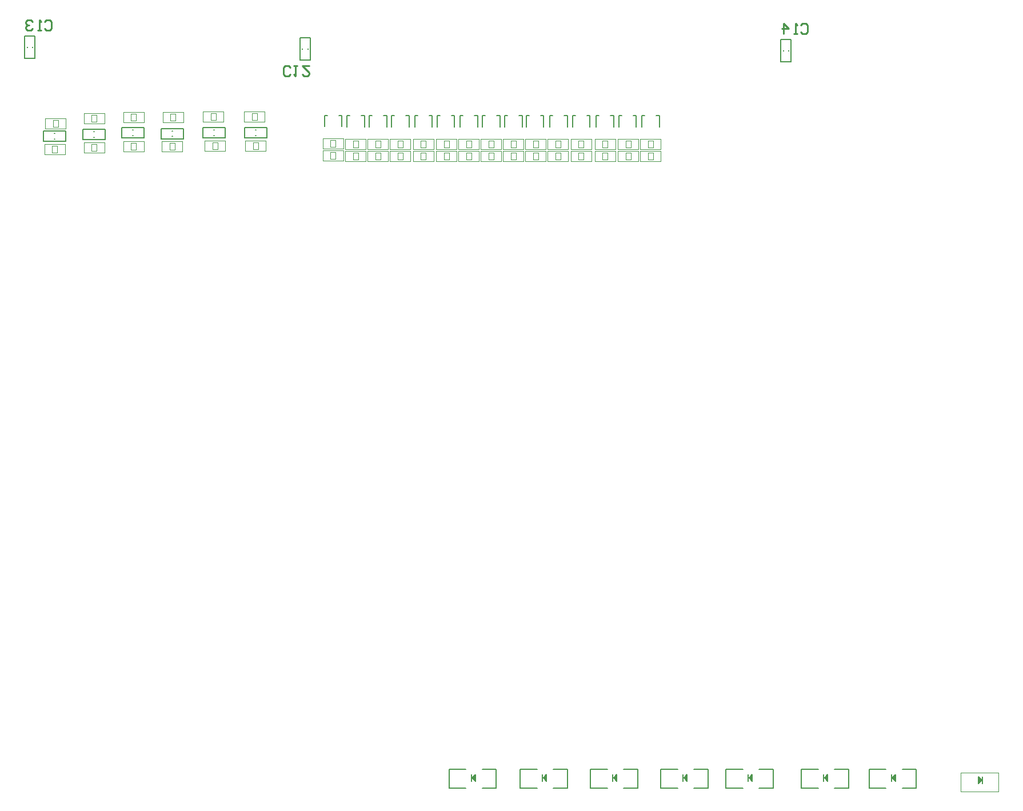
<source format=gbo>
G04*
G04 #@! TF.GenerationSoftware,Altium Limited,Altium Designer,20.1.12 (249)*
G04*
G04 Layer_Color=32896*
%FSTAX24Y24*%
%MOIN*%
G70*
G04*
G04 #@! TF.SameCoordinates,65647CF5-6095-42B6-9084-E7F1C421F8D5*
G04*
G04*
G04 #@! TF.FilePolarity,Positive*
G04*
G01*
G75*
%ADD14C,0.0079*%
%ADD17C,0.0100*%
%ADD18C,0.0039*%
%ADD19C,0.0040*%
%ADD20C,0.0050*%
D14*
X016243Y08478D02*
Y08482D01*
X016557Y08478D02*
Y08482D01*
X032607Y08468D02*
Y08472D01*
X032293Y08468D02*
Y08472D01*
X060657Y08458D02*
Y08462D01*
X060343Y08458D02*
Y08462D01*
X066649Y042003D02*
Y042397D01*
X066846Y042082D02*
Y042318D01*
X066885Y042003D02*
Y042397D01*
X066688Y0422D02*
X066885Y042003D01*
X066787Y042141D02*
Y042259D01*
X066688Y0422D02*
X066885Y042397D01*
X06535Y0416D02*
X066328D01*
X06535Y0427D02*
X066328D01*
X067272D02*
X0681D01*
X067272Y0416D02*
X0681D01*
X06535D02*
Y0427D01*
X0681Y0416D02*
Y0427D01*
X038838Y080152D02*
Y080792D01*
X039862Y080152D02*
Y080792D01*
X039685D02*
X039862D01*
X038838D02*
X039015D01*
X034888Y080152D02*
Y080792D01*
X035912Y080152D02*
Y080792D01*
X035735D02*
X035912D01*
X034888D02*
X035065D01*
X048038Y080152D02*
Y080792D01*
X049062Y080152D02*
Y080792D01*
X048885D02*
X049062D01*
X048038D02*
X048215D01*
X052088Y080152D02*
Y080792D01*
X053112Y080152D02*
Y080792D01*
X052935D02*
X053112D01*
X052088D02*
X052265D01*
X040138Y080152D02*
Y080792D01*
X041162Y080152D02*
Y080792D01*
X040985D02*
X041162D01*
X040138D02*
X040315D01*
X044088Y080152D02*
Y080792D01*
X045112Y080152D02*
Y080792D01*
X044935D02*
X045112D01*
X044088D02*
X044265D01*
X036188Y080152D02*
Y080792D01*
X037212Y080152D02*
Y080792D01*
X037035D02*
X037212D01*
X036188D02*
X036365D01*
X045338Y080152D02*
Y080792D01*
X046362Y080152D02*
Y080792D01*
X046185D02*
X046362D01*
X045338D02*
X045515D01*
X049414Y080152D02*
Y080792D01*
X050438Y080152D02*
Y080792D01*
X050261D02*
X050438D01*
X049414D02*
X049591D01*
X041488Y080152D02*
Y080792D01*
X042512Y080152D02*
Y080792D01*
X042335D02*
X042512D01*
X041488D02*
X041665D01*
X046714Y080152D02*
Y080792D01*
X047738Y080152D02*
Y080792D01*
X047561D02*
X047738D01*
X046714D02*
X046891D01*
X050738Y080152D02*
Y080792D01*
X051762Y080152D02*
Y080792D01*
X051585D02*
X051762D01*
X050738D02*
X050915D01*
X01783Y079757D02*
X01787D01*
X01783Y079443D02*
X01787D01*
X02468Y079907D02*
X02472D01*
X02468Y079593D02*
X02472D01*
X02013Y079857D02*
X02017D01*
X02013Y079543D02*
X02017D01*
X02238Y079957D02*
X02242D01*
X02238Y079643D02*
X02242D01*
X029539Y079957D02*
X029578D01*
X029539Y079643D02*
X029578D01*
X02713Y079957D02*
X02717D01*
X02713Y079643D02*
X02717D01*
X071813Y042009D02*
Y042127D01*
X071715Y042265D02*
X071912Y042068D01*
X071715Y041871D02*
X071912Y042068D01*
X071715Y041871D02*
Y042265D01*
X071754Y04195D02*
Y042186D01*
X071951Y041871D02*
Y042265D01*
X050399Y042003D02*
Y042397D01*
X050596Y042082D02*
Y042318D01*
X050635Y042003D02*
Y042397D01*
X050438Y0422D02*
X050635Y042003D01*
X050537Y042141D02*
Y042259D01*
X050438Y0422D02*
X050635Y042397D01*
X0491Y0416D02*
X050078D01*
X0491Y0427D02*
X050078D01*
X051022D02*
X05185D01*
X051022Y0416D02*
X05185D01*
X0491D02*
Y0427D01*
X05185Y0416D02*
Y0427D01*
X042149Y042003D02*
Y042397D01*
X042346Y042082D02*
Y042318D01*
X042385Y042003D02*
Y042397D01*
X042188Y0422D02*
X042385Y042003D01*
X042287Y042141D02*
Y042259D01*
X042188Y0422D02*
X042385Y042397D01*
X04085Y0416D02*
X041828D01*
X04085Y0427D02*
X041828D01*
X042772D02*
X0436D01*
X042772Y0416D02*
X0436D01*
X04085D02*
Y0427D01*
X0436Y0416D02*
Y0427D01*
X054499Y042003D02*
Y042397D01*
X054696Y042082D02*
Y042318D01*
X054735Y042003D02*
Y042397D01*
X054538Y0422D02*
X054735Y042003D01*
X054637Y042141D02*
Y042259D01*
X054538Y0422D02*
X054735Y042397D01*
X0532Y0416D02*
X054178D01*
X0532Y0427D02*
X054178D01*
X055122D02*
X05595D01*
X055122Y0416D02*
X05595D01*
X0532D02*
Y0427D01*
X05595Y0416D02*
Y0427D01*
X058299Y042003D02*
Y042397D01*
X058496Y042082D02*
Y042318D01*
X058535Y042003D02*
Y042397D01*
X058338Y0422D02*
X058535Y042003D01*
X058437Y042141D02*
Y042259D01*
X058338Y0422D02*
X058535Y042397D01*
X057Y0416D02*
X057978D01*
X057Y0427D02*
X057978D01*
X058922D02*
X05975D01*
X058922Y0416D02*
X05975D01*
X057D02*
Y0427D01*
X05975Y0416D02*
Y0427D01*
X062699Y042003D02*
Y042397D01*
X062896Y042082D02*
Y042318D01*
X062935Y042003D02*
Y042397D01*
X062738Y0422D02*
X062935Y042003D01*
X062837Y042141D02*
Y042259D01*
X062738Y0422D02*
X062935Y042397D01*
X0614Y0416D02*
X062378D01*
X0614Y0427D02*
X062378D01*
X063322D02*
X06415D01*
X063322Y0416D02*
X06415D01*
X0614D02*
Y0427D01*
X06415Y0416D02*
Y0427D01*
X046299Y042003D02*
Y042397D01*
X046496Y042082D02*
Y042318D01*
X046535Y042003D02*
Y042397D01*
X046338Y0422D02*
X046535Y042003D01*
X046437Y042141D02*
Y042259D01*
X046338Y0422D02*
X046535Y042397D01*
X045Y0416D02*
X045978D01*
X045Y0427D02*
X045978D01*
X046922D02*
X04775D01*
X046922Y0416D02*
X04775D01*
X045D02*
Y0427D01*
X04775Y0416D02*
Y0427D01*
X037488Y080152D02*
Y080792D01*
X038512Y080152D02*
Y080792D01*
X038335D02*
X038512D01*
X037488D02*
X037665D01*
X033575Y08018D02*
Y08082D01*
X034598Y08018D02*
Y08082D01*
X034421D02*
X034598D01*
X033575D02*
X033752D01*
X042788Y080152D02*
Y080792D01*
X043812Y080152D02*
Y080792D01*
X043635D02*
X043812D01*
X042788D02*
X042965D01*
D17*
X06137Y08607D02*
X06147Y08617D01*
X06167D01*
X06177Y08607D01*
Y08567D01*
X06167Y08557D01*
X06147D01*
X06137Y08567D01*
X06117Y08557D02*
X06097D01*
X06107D01*
Y08617D01*
X06117Y08607D01*
X06037Y08557D02*
Y08617D01*
X06067Y08587D01*
X06027D01*
X01727Y08627D02*
X01737Y08637D01*
X01757D01*
X01767Y08627D01*
Y08587D01*
X01757Y08577D01*
X01737D01*
X01727Y08587D01*
X01707Y08577D02*
X01687D01*
X01697D01*
Y08637D01*
X01707Y08627D01*
X01657D02*
X01647Y08637D01*
X01627D01*
X01617Y08627D01*
Y08617D01*
X01627Y08607D01*
X01637D01*
X01627D01*
X01617Y08597D01*
Y08587D01*
X01627Y08577D01*
X01647D01*
X01657Y08587D01*
X03158Y08322D02*
X03148Y08312D01*
X03128D01*
X03118Y08322D01*
Y08362D01*
X03128Y08372D01*
X03148D01*
X03158Y08362D01*
X03178Y08372D02*
X03198D01*
X03188D01*
Y08312D01*
X03178Y08322D01*
X03268Y08372D02*
X03228D01*
X03268Y08332D01*
Y08322D01*
X03258Y08312D01*
X03238D01*
X03228Y08322D01*
D18*
X052Y07815D02*
Y07875D01*
X0528D01*
X0532D01*
Y07815D02*
Y07875D01*
X052Y07815D02*
X0532D01*
X05245Y07825D02*
Y07865D01*
X05275D01*
Y07825D02*
Y07865D01*
X05245Y07825D02*
X05275D01*
X0348Y07815D02*
Y07875D01*
X0356D01*
X036D01*
Y07815D02*
Y07875D01*
X0348Y07815D02*
X036D01*
X03525Y07825D02*
Y07865D01*
X03555D01*
Y07825D02*
Y07865D01*
X03525Y07825D02*
X03555D01*
X04795Y07815D02*
Y07875D01*
X04875D01*
X04915D01*
Y07815D02*
Y07875D01*
X04795Y07815D02*
X04915D01*
X0484Y07825D02*
Y07865D01*
X0487D01*
Y07825D02*
Y07865D01*
X0484Y07825D02*
X0487D01*
X0401Y07815D02*
Y07875D01*
X0409D01*
X0413D01*
Y07815D02*
Y07875D01*
X0401Y07815D02*
X0413D01*
X04055Y07825D02*
Y07865D01*
X04085D01*
Y07825D02*
Y07865D01*
X04055Y07825D02*
X04085D01*
X044Y07815D02*
Y07875D01*
X0448D01*
X0452D01*
Y07815D02*
Y07875D01*
X044Y07815D02*
X0452D01*
X04445Y07825D02*
Y07865D01*
X04475D01*
Y07825D02*
Y07865D01*
X04445Y07825D02*
X04475D01*
X0361Y07815D02*
Y07875D01*
X0369D01*
X0373D01*
Y07815D02*
Y07875D01*
X0361Y07815D02*
X0373D01*
X03655Y07825D02*
Y07865D01*
X03685D01*
Y07825D02*
Y07865D01*
X03655Y07825D02*
X03685D01*
X03875Y07815D02*
Y07875D01*
X03955D01*
X03995D01*
Y07815D02*
Y07875D01*
X03875Y07815D02*
X03995D01*
X0392Y07825D02*
Y07865D01*
X0395D01*
Y07825D02*
Y07865D01*
X0392Y07825D02*
X0395D01*
X0466Y07815D02*
Y07875D01*
X0474D01*
X0478D01*
Y07815D02*
Y07875D01*
X0466Y07815D02*
X0478D01*
X04705Y07825D02*
Y07865D01*
X04735D01*
Y07825D02*
Y07865D01*
X04705Y07825D02*
X04735D01*
X0427Y07815D02*
Y07875D01*
X0435D01*
X0439D01*
Y07815D02*
Y07875D01*
X0427Y07815D02*
X0439D01*
X04315Y07825D02*
Y07865D01*
X04345D01*
Y07825D02*
Y07865D01*
X04315Y07825D02*
X04345D01*
X0173Y08005D02*
Y08065D01*
X0181D01*
X0185D01*
Y08005D02*
Y08065D01*
X0173Y08005D02*
X0185D01*
X01775Y08015D02*
Y08055D01*
X01805D01*
Y08015D02*
Y08055D01*
X01775Y08015D02*
X01805D01*
X01955Y08035D02*
Y08095D01*
X02035D01*
X02075D01*
Y08035D02*
Y08095D01*
X01955Y08035D02*
X02075D01*
X02Y08045D02*
Y08085D01*
X0203D01*
Y08045D02*
Y08085D01*
X02Y08045D02*
X0203D01*
X02185Y0804D02*
Y081D01*
X02265D01*
X02305D01*
Y0804D02*
Y081D01*
X02185Y0804D02*
X02305D01*
X0223Y0805D02*
Y0809D01*
X0226D01*
Y0805D02*
Y0809D01*
X0223Y0805D02*
X0226D01*
X02415Y0804D02*
Y081D01*
X02495D01*
X02535D01*
Y0804D02*
Y081D01*
X02415Y0804D02*
X02535D01*
X0246Y0805D02*
Y0809D01*
X0249D01*
Y0805D02*
Y0809D01*
X0246Y0805D02*
X0249D01*
X0265Y08045D02*
Y08105D01*
X0273D01*
X0277D01*
Y08045D02*
Y08105D01*
X0265Y08045D02*
X0277D01*
X02695Y08055D02*
Y08095D01*
X02725D01*
Y08055D02*
Y08095D01*
X02695Y08055D02*
X02725D01*
X0289Y08045D02*
Y08105D01*
X0297D01*
X0301D01*
Y08045D02*
Y08105D01*
X0289Y08045D02*
X0301D01*
X02935Y08055D02*
Y08095D01*
X02965D01*
Y08055D02*
Y08095D01*
X02935Y08055D02*
X02965D01*
X01845Y07855D02*
Y07915D01*
X01765Y07855D02*
X01845D01*
X01725D02*
X01765D01*
X01725D02*
Y07915D01*
X01845D01*
X018Y07865D02*
Y07905D01*
X0177Y07865D02*
X018D01*
X0177D02*
Y07905D01*
X018D01*
X02075Y07865D02*
Y07925D01*
X01995Y07865D02*
X02075D01*
X01955D02*
X01995D01*
X01955D02*
Y07925D01*
X02075D01*
X0203Y07875D02*
Y07915D01*
X02Y07875D02*
X0203D01*
X02D02*
Y07915D01*
X0203D01*
X02305Y0787D02*
Y0793D01*
X02225Y0787D02*
X02305D01*
X02185D02*
X02225D01*
X02185D02*
Y0793D01*
X02305D01*
X0226Y0788D02*
Y0792D01*
X0223Y0788D02*
X0226D01*
X0223D02*
Y0792D01*
X0226D01*
X0253Y0787D02*
Y0793D01*
X0245Y0787D02*
X0253D01*
X0241D02*
X0245D01*
X0241D02*
Y0793D01*
X0253D01*
X02485Y0788D02*
Y0792D01*
X02455Y0788D02*
X02485D01*
X02455D02*
Y0792D01*
X02485D01*
X0278Y07875D02*
Y07935D01*
X027Y07875D02*
X0278D01*
X0266D02*
X027D01*
X0266D02*
Y07935D01*
X0278D01*
X02735Y07885D02*
Y07925D01*
X02705Y07885D02*
X02735D01*
X02705D02*
Y07925D01*
X02735D01*
X030158Y07875D02*
Y07935D01*
X029358Y07875D02*
X030158D01*
X028958D02*
X029358D01*
X028958D02*
Y07935D01*
X030158D01*
X029708Y07885D02*
Y07925D01*
X029409Y07885D02*
X029708D01*
X029409D02*
Y07925D01*
X029708D01*
X034686Y078878D02*
Y079478D01*
X033886Y078878D02*
X034686D01*
X033486D02*
X033886D01*
X033486D02*
Y079478D01*
X034686D01*
X034236Y078978D02*
Y079378D01*
X033936Y078978D02*
X034236D01*
X033936D02*
Y079378D01*
X034236D01*
X0386Y07885D02*
Y07945D01*
X0378Y07885D02*
X0386D01*
X0374D02*
X0378D01*
X0374D02*
Y07945D01*
X0386D01*
X03815Y07895D02*
Y07935D01*
X03785Y07895D02*
X03815D01*
X03785D02*
Y07935D01*
X03815D01*
X0426Y07885D02*
Y07945D01*
X0418Y07885D02*
X0426D01*
X0414D02*
X0418D01*
X0414D02*
Y07945D01*
X0426D01*
X04215Y07895D02*
Y07935D01*
X04185Y07895D02*
X04215D01*
X04185D02*
Y07935D01*
X04215D01*
X0465Y07885D02*
Y07945D01*
X0457Y07885D02*
X0465D01*
X0453D02*
X0457D01*
X0453D02*
Y07945D01*
X0465D01*
X04605Y07895D02*
Y07935D01*
X04575Y07895D02*
X04605D01*
X04575D02*
Y07935D01*
X04605D01*
X05055Y07885D02*
Y07945D01*
X04975Y07885D02*
X05055D01*
X04935D02*
X04975D01*
X04935D02*
Y07945D01*
X05055D01*
X0501Y07895D02*
Y07935D01*
X0498Y07895D02*
X0501D01*
X0498D02*
Y07935D01*
X0501D01*
X0373Y07885D02*
Y07945D01*
X0365Y07885D02*
X0373D01*
X0361D02*
X0365D01*
X0361D02*
Y07945D01*
X0373D01*
X03685Y07895D02*
Y07935D01*
X03655Y07895D02*
X03685D01*
X03655D02*
Y07935D01*
X03685D01*
X0413Y07885D02*
Y07945D01*
X0405Y07885D02*
X0413D01*
X0401D02*
X0405D01*
X0401D02*
Y07945D01*
X0413D01*
X04085Y07895D02*
Y07935D01*
X04055Y07895D02*
X04085D01*
X04055D02*
Y07935D01*
X04085D01*
X0452Y07885D02*
Y07945D01*
X0444Y07885D02*
X0452D01*
X044D02*
X0444D01*
X044D02*
Y07945D01*
X0452D01*
X04475Y07895D02*
Y07935D01*
X04445Y07895D02*
X04475D01*
X04445D02*
Y07935D01*
X04475D01*
X04915Y07885D02*
Y07945D01*
X04835Y07885D02*
X04915D01*
X04795D02*
X04835D01*
X04795D02*
Y07945D01*
X04915D01*
X0487Y07895D02*
Y07935D01*
X0484Y07895D02*
X0487D01*
X0484D02*
Y07935D01*
X0487D01*
X0532Y07885D02*
Y07945D01*
X0524Y07885D02*
X0532D01*
X052D02*
X0524D01*
X052D02*
Y07945D01*
X0532D01*
X05275Y07895D02*
Y07935D01*
X05245Y07895D02*
X05275D01*
X05245D02*
Y07935D01*
X05275D01*
X036Y07885D02*
Y07945D01*
X0352Y07885D02*
X036D01*
X0348D02*
X0352D01*
X0348D02*
Y07945D01*
X036D01*
X03555Y07895D02*
Y07935D01*
X03525Y07895D02*
X03555D01*
X03525D02*
Y07935D01*
X03555D01*
X03995Y07885D02*
Y07945D01*
X03915Y07885D02*
X03995D01*
X03875D02*
X03915D01*
X03875D02*
Y07945D01*
X03995D01*
X0395Y07895D02*
Y07935D01*
X0392Y07895D02*
X0395D01*
X0392D02*
Y07935D01*
X0395D01*
X0439Y07885D02*
Y07945D01*
X0431Y07885D02*
X0439D01*
X0427D02*
X0431D01*
X0427D02*
Y07945D01*
X0439D01*
X04345Y07895D02*
Y07935D01*
X04315Y07895D02*
X04345D01*
X04315D02*
Y07935D01*
X04345D01*
X0478Y07885D02*
Y07945D01*
X047Y07885D02*
X0478D01*
X0466D02*
X047D01*
X0466D02*
Y07945D01*
X0478D01*
X04735Y07895D02*
Y07935D01*
X04705Y07895D02*
X04735D01*
X04705D02*
Y07935D01*
X04735D01*
X0519Y07885D02*
Y07945D01*
X0511Y07885D02*
X0519D01*
X0507D02*
X0511D01*
X0507D02*
Y07945D01*
X0519D01*
X05145Y07895D02*
Y07935D01*
X05115Y07895D02*
X05145D01*
X05115D02*
Y07935D01*
X05145D01*
X0507Y07815D02*
Y07875D01*
X0515D01*
X0519D01*
Y07815D02*
Y07875D01*
X0507Y07815D02*
X0519D01*
X05115Y07825D02*
Y07865D01*
X05145D01*
Y07825D02*
Y07865D01*
X05115Y07825D02*
X05145D01*
X033486Y078178D02*
Y078778D01*
X034286D01*
X034686D01*
Y078178D02*
Y078778D01*
X033486Y078178D02*
X034686D01*
X033936Y078278D02*
Y078678D01*
X034236D01*
Y078278D02*
Y078678D01*
X033936Y078278D02*
X034236D01*
X0414Y07815D02*
Y07875D01*
X0422D01*
X0426D01*
Y07815D02*
Y07875D01*
X0414Y07815D02*
X0426D01*
X04185Y07825D02*
Y07865D01*
X04215D01*
Y07825D02*
Y07865D01*
X04185Y07825D02*
X04215D01*
X0374Y07815D02*
Y07875D01*
X0382D01*
X0386D01*
Y07815D02*
Y07875D01*
X0374Y07815D02*
X0386D01*
X03785Y07825D02*
Y07865D01*
X03815D01*
Y07825D02*
Y07865D01*
X03785Y07825D02*
X03815D01*
X0453Y07815D02*
Y07875D01*
X0461D01*
X0465D01*
Y07815D02*
Y07875D01*
X0453Y07815D02*
X0465D01*
X04575Y07825D02*
Y07865D01*
X04605D01*
Y07825D02*
Y07865D01*
X04575Y07825D02*
X04605D01*
X04935Y07815D02*
Y07875D01*
X05015D01*
X05055D01*
Y07815D02*
Y07875D01*
X04935Y07815D02*
X05055D01*
X0498Y07825D02*
Y07865D01*
X0501D01*
Y07825D02*
Y07865D01*
X0498Y07825D02*
X0501D01*
D19*
X0707Y041418D02*
X0729D01*
X0707D02*
Y042518D01*
X0729D01*
Y041418D02*
Y042518D01*
D20*
X0167Y08415D02*
Y08545D01*
X0161Y08415D02*
Y08545D01*
X0167D01*
X0161Y08415D02*
X0167D01*
X03215Y08405D02*
Y08535D01*
X03275Y08405D02*
Y08535D01*
X03215Y08405D02*
X03275D01*
X03215Y08535D02*
X03275D01*
X0602Y08395D02*
Y08525D01*
X0608Y08395D02*
Y08525D01*
X0602Y08395D02*
X0608D01*
X0602Y08525D02*
X0608D01*
X0172Y0793D02*
X0185D01*
X0172Y0799D02*
X0185D01*
Y0793D02*
Y0799D01*
X0172Y0793D02*
Y0799D01*
X02405Y07945D02*
X02535D01*
X02405Y08005D02*
X02535D01*
Y07945D02*
Y08005D01*
X02405Y07945D02*
Y08005D01*
X0195Y0794D02*
X0208D01*
X0195Y08D02*
X0208D01*
Y0794D02*
Y08D01*
X0195Y0794D02*
Y08D01*
X02175Y0795D02*
X02305D01*
X02175Y0801D02*
X02305D01*
Y0795D02*
Y0801D01*
X02175Y0795D02*
Y0801D01*
X028908Y0795D02*
X030208D01*
X028908Y0801D02*
X030208D01*
Y0795D02*
Y0801D01*
X028908Y0795D02*
Y0801D01*
X0265Y0795D02*
X0278D01*
X0265Y0801D02*
X0278D01*
Y0795D02*
Y0801D01*
X0265Y0795D02*
Y0801D01*
M02*

</source>
